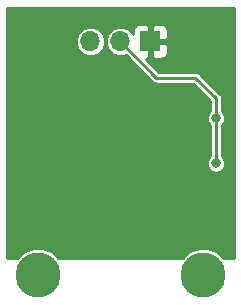
<source format=gbr>
G04 #@! TF.GenerationSoftware,KiCad,Pcbnew,(5.1.4-0-10_14)*
G04 #@! TF.CreationDate,2020-12-31T20:51:25-07:00*
G04 #@! TF.ProjectId,Moisture-Sensor,4d6f6973-7475-4726-952d-53656e736f72,rev?*
G04 #@! TF.SameCoordinates,Original*
G04 #@! TF.FileFunction,Copper,L2,Bot*
G04 #@! TF.FilePolarity,Positive*
%FSLAX46Y46*%
G04 Gerber Fmt 4.6, Leading zero omitted, Abs format (unit mm)*
G04 Created by KiCad (PCBNEW (5.1.4-0-10_14)) date 2020-12-31 20:51:25*
%MOMM*%
%LPD*%
G04 APERTURE LIST*
%ADD10R,1.700000X1.700000*%
%ADD11O,1.700000X1.700000*%
%ADD12C,3.800000*%
%ADD13C,0.800000*%
%ADD14C,0.254000*%
G04 APERTURE END LIST*
D10*
X112525000Y-53205000D03*
D11*
X109985000Y-53205000D03*
X107445000Y-53205000D03*
D12*
X103000000Y-73000000D03*
X117000000Y-73000000D03*
D13*
X102751000Y-67564000D03*
X105672000Y-62992000D03*
X117356000Y-64770000D03*
X113157000Y-58801000D03*
X118086201Y-59713799D03*
X118086201Y-63523799D03*
D14*
X118086201Y-58007201D02*
X116340000Y-56261000D01*
X118086201Y-59713799D02*
X118086201Y-58007201D01*
X118086201Y-63523799D02*
X118086201Y-59713799D01*
X113041000Y-56261000D02*
X116340000Y-56261000D01*
X109985000Y-53205000D02*
X113041000Y-56261000D01*
G36*
X119594000Y-71501000D02*
G01*
X118726822Y-71501000D01*
X118454053Y-71228231D01*
X118080459Y-70978604D01*
X117665343Y-70806657D01*
X117224659Y-70719000D01*
X116775341Y-70719000D01*
X116334657Y-70806657D01*
X115919541Y-70978604D01*
X115545947Y-71228231D01*
X115273178Y-71501000D01*
X104726822Y-71501000D01*
X104454053Y-71228231D01*
X104080459Y-70978604D01*
X103665343Y-70806657D01*
X103224659Y-70719000D01*
X102775341Y-70719000D01*
X102334657Y-70806657D01*
X101919541Y-70978604D01*
X101545947Y-71228231D01*
X101273178Y-71501000D01*
X100406000Y-71501000D01*
X100406000Y-53205000D01*
X106208044Y-53205000D01*
X106231812Y-53446318D01*
X106302202Y-53678363D01*
X106416509Y-53892216D01*
X106570340Y-54079660D01*
X106757784Y-54233491D01*
X106971637Y-54347798D01*
X107203682Y-54418188D01*
X107384528Y-54436000D01*
X107505472Y-54436000D01*
X107686318Y-54418188D01*
X107918363Y-54347798D01*
X108132216Y-54233491D01*
X108319660Y-54079660D01*
X108473491Y-53892216D01*
X108587798Y-53678363D01*
X108658188Y-53446318D01*
X108681956Y-53205000D01*
X108748044Y-53205000D01*
X108771812Y-53446318D01*
X108842202Y-53678363D01*
X108956509Y-53892216D01*
X109110340Y-54079660D01*
X109297784Y-54233491D01*
X109511637Y-54347798D01*
X109743682Y-54418188D01*
X109924528Y-54436000D01*
X110045472Y-54436000D01*
X110226318Y-54418188D01*
X110420779Y-54359199D01*
X112664145Y-56602565D01*
X112680052Y-56621948D01*
X112757405Y-56685429D01*
X112845657Y-56732601D01*
X112941415Y-56761649D01*
X113016053Y-56769000D01*
X113016056Y-56769000D01*
X113041000Y-56771457D01*
X113065944Y-56769000D01*
X116129580Y-56769000D01*
X117578202Y-58217623D01*
X117578201Y-59117298D01*
X117479559Y-59215940D01*
X117394088Y-59343857D01*
X117335214Y-59485990D01*
X117305201Y-59636877D01*
X117305201Y-59790721D01*
X117335214Y-59941608D01*
X117394088Y-60083741D01*
X117479559Y-60211658D01*
X117578202Y-60310301D01*
X117578201Y-62927298D01*
X117479559Y-63025940D01*
X117394088Y-63153857D01*
X117335214Y-63295990D01*
X117305201Y-63446877D01*
X117305201Y-63600721D01*
X117335214Y-63751608D01*
X117394088Y-63893741D01*
X117479559Y-64021658D01*
X117588342Y-64130441D01*
X117716259Y-64215912D01*
X117858392Y-64274786D01*
X118009279Y-64304799D01*
X118163123Y-64304799D01*
X118314010Y-64274786D01*
X118456143Y-64215912D01*
X118584060Y-64130441D01*
X118692843Y-64021658D01*
X118778314Y-63893741D01*
X118837188Y-63751608D01*
X118867201Y-63600721D01*
X118867201Y-63446877D01*
X118837188Y-63295990D01*
X118778314Y-63153857D01*
X118692843Y-63025940D01*
X118594201Y-62927298D01*
X118594201Y-60310300D01*
X118692843Y-60211658D01*
X118778314Y-60083741D01*
X118837188Y-59941608D01*
X118867201Y-59790721D01*
X118867201Y-59636877D01*
X118837188Y-59485990D01*
X118778314Y-59343857D01*
X118692843Y-59215940D01*
X118594201Y-59117298D01*
X118594201Y-58032144D01*
X118596658Y-58007200D01*
X118594201Y-57982254D01*
X118586850Y-57907616D01*
X118557802Y-57811858D01*
X118557801Y-57811856D01*
X118510630Y-57723605D01*
X118463051Y-57665630D01*
X118447149Y-57646253D01*
X118427772Y-57630351D01*
X116716855Y-55919435D01*
X116700948Y-55900052D01*
X116623595Y-55836571D01*
X116535343Y-55789399D01*
X116439585Y-55760351D01*
X116364947Y-55753000D01*
X116364944Y-55753000D01*
X116340000Y-55750543D01*
X116315056Y-55753000D01*
X113251420Y-55753000D01*
X112188695Y-54690275D01*
X112239250Y-54690000D01*
X112398000Y-54531250D01*
X112398000Y-53332000D01*
X112652000Y-53332000D01*
X112652000Y-54531250D01*
X112810750Y-54690000D01*
X113375000Y-54693072D01*
X113499482Y-54680812D01*
X113619180Y-54644502D01*
X113729494Y-54585537D01*
X113826185Y-54506185D01*
X113905537Y-54409494D01*
X113964502Y-54299180D01*
X114000812Y-54179482D01*
X114013072Y-54055000D01*
X114010000Y-53490750D01*
X113851250Y-53332000D01*
X112652000Y-53332000D01*
X112398000Y-53332000D01*
X112378000Y-53332000D01*
X112378000Y-53078000D01*
X112398000Y-53078000D01*
X112398000Y-51878750D01*
X112652000Y-51878750D01*
X112652000Y-53078000D01*
X113851250Y-53078000D01*
X114010000Y-52919250D01*
X114013072Y-52355000D01*
X114000812Y-52230518D01*
X113964502Y-52110820D01*
X113905537Y-52000506D01*
X113826185Y-51903815D01*
X113729494Y-51824463D01*
X113619180Y-51765498D01*
X113499482Y-51729188D01*
X113375000Y-51716928D01*
X112810750Y-51720000D01*
X112652000Y-51878750D01*
X112398000Y-51878750D01*
X112239250Y-51720000D01*
X111675000Y-51716928D01*
X111550518Y-51729188D01*
X111430820Y-51765498D01*
X111320506Y-51824463D01*
X111223815Y-51903815D01*
X111144463Y-52000506D01*
X111085498Y-52110820D01*
X111049188Y-52230518D01*
X111036928Y-52355000D01*
X111038065Y-52563758D01*
X111013491Y-52517784D01*
X110859660Y-52330340D01*
X110672216Y-52176509D01*
X110458363Y-52062202D01*
X110226318Y-51991812D01*
X110045472Y-51974000D01*
X109924528Y-51974000D01*
X109743682Y-51991812D01*
X109511637Y-52062202D01*
X109297784Y-52176509D01*
X109110340Y-52330340D01*
X108956509Y-52517784D01*
X108842202Y-52731637D01*
X108771812Y-52963682D01*
X108748044Y-53205000D01*
X108681956Y-53205000D01*
X108658188Y-52963682D01*
X108587798Y-52731637D01*
X108473491Y-52517784D01*
X108319660Y-52330340D01*
X108132216Y-52176509D01*
X107918363Y-52062202D01*
X107686318Y-51991812D01*
X107505472Y-51974000D01*
X107384528Y-51974000D01*
X107203682Y-51991812D01*
X106971637Y-52062202D01*
X106757784Y-52176509D01*
X106570340Y-52330340D01*
X106416509Y-52517784D01*
X106302202Y-52731637D01*
X106231812Y-52963682D01*
X106208044Y-53205000D01*
X100406000Y-53205000D01*
X100406000Y-50406000D01*
X119594000Y-50406000D01*
X119594000Y-71501000D01*
X119594000Y-71501000D01*
G37*
X119594000Y-71501000D02*
X118726822Y-71501000D01*
X118454053Y-71228231D01*
X118080459Y-70978604D01*
X117665343Y-70806657D01*
X117224659Y-70719000D01*
X116775341Y-70719000D01*
X116334657Y-70806657D01*
X115919541Y-70978604D01*
X115545947Y-71228231D01*
X115273178Y-71501000D01*
X104726822Y-71501000D01*
X104454053Y-71228231D01*
X104080459Y-70978604D01*
X103665343Y-70806657D01*
X103224659Y-70719000D01*
X102775341Y-70719000D01*
X102334657Y-70806657D01*
X101919541Y-70978604D01*
X101545947Y-71228231D01*
X101273178Y-71501000D01*
X100406000Y-71501000D01*
X100406000Y-53205000D01*
X106208044Y-53205000D01*
X106231812Y-53446318D01*
X106302202Y-53678363D01*
X106416509Y-53892216D01*
X106570340Y-54079660D01*
X106757784Y-54233491D01*
X106971637Y-54347798D01*
X107203682Y-54418188D01*
X107384528Y-54436000D01*
X107505472Y-54436000D01*
X107686318Y-54418188D01*
X107918363Y-54347798D01*
X108132216Y-54233491D01*
X108319660Y-54079660D01*
X108473491Y-53892216D01*
X108587798Y-53678363D01*
X108658188Y-53446318D01*
X108681956Y-53205000D01*
X108748044Y-53205000D01*
X108771812Y-53446318D01*
X108842202Y-53678363D01*
X108956509Y-53892216D01*
X109110340Y-54079660D01*
X109297784Y-54233491D01*
X109511637Y-54347798D01*
X109743682Y-54418188D01*
X109924528Y-54436000D01*
X110045472Y-54436000D01*
X110226318Y-54418188D01*
X110420779Y-54359199D01*
X112664145Y-56602565D01*
X112680052Y-56621948D01*
X112757405Y-56685429D01*
X112845657Y-56732601D01*
X112941415Y-56761649D01*
X113016053Y-56769000D01*
X113016056Y-56769000D01*
X113041000Y-56771457D01*
X113065944Y-56769000D01*
X116129580Y-56769000D01*
X117578202Y-58217623D01*
X117578201Y-59117298D01*
X117479559Y-59215940D01*
X117394088Y-59343857D01*
X117335214Y-59485990D01*
X117305201Y-59636877D01*
X117305201Y-59790721D01*
X117335214Y-59941608D01*
X117394088Y-60083741D01*
X117479559Y-60211658D01*
X117578202Y-60310301D01*
X117578201Y-62927298D01*
X117479559Y-63025940D01*
X117394088Y-63153857D01*
X117335214Y-63295990D01*
X117305201Y-63446877D01*
X117305201Y-63600721D01*
X117335214Y-63751608D01*
X117394088Y-63893741D01*
X117479559Y-64021658D01*
X117588342Y-64130441D01*
X117716259Y-64215912D01*
X117858392Y-64274786D01*
X118009279Y-64304799D01*
X118163123Y-64304799D01*
X118314010Y-64274786D01*
X118456143Y-64215912D01*
X118584060Y-64130441D01*
X118692843Y-64021658D01*
X118778314Y-63893741D01*
X118837188Y-63751608D01*
X118867201Y-63600721D01*
X118867201Y-63446877D01*
X118837188Y-63295990D01*
X118778314Y-63153857D01*
X118692843Y-63025940D01*
X118594201Y-62927298D01*
X118594201Y-60310300D01*
X118692843Y-60211658D01*
X118778314Y-60083741D01*
X118837188Y-59941608D01*
X118867201Y-59790721D01*
X118867201Y-59636877D01*
X118837188Y-59485990D01*
X118778314Y-59343857D01*
X118692843Y-59215940D01*
X118594201Y-59117298D01*
X118594201Y-58032144D01*
X118596658Y-58007200D01*
X118594201Y-57982254D01*
X118586850Y-57907616D01*
X118557802Y-57811858D01*
X118557801Y-57811856D01*
X118510630Y-57723605D01*
X118463051Y-57665630D01*
X118447149Y-57646253D01*
X118427772Y-57630351D01*
X116716855Y-55919435D01*
X116700948Y-55900052D01*
X116623595Y-55836571D01*
X116535343Y-55789399D01*
X116439585Y-55760351D01*
X116364947Y-55753000D01*
X116364944Y-55753000D01*
X116340000Y-55750543D01*
X116315056Y-55753000D01*
X113251420Y-55753000D01*
X112188695Y-54690275D01*
X112239250Y-54690000D01*
X112398000Y-54531250D01*
X112398000Y-53332000D01*
X112652000Y-53332000D01*
X112652000Y-54531250D01*
X112810750Y-54690000D01*
X113375000Y-54693072D01*
X113499482Y-54680812D01*
X113619180Y-54644502D01*
X113729494Y-54585537D01*
X113826185Y-54506185D01*
X113905537Y-54409494D01*
X113964502Y-54299180D01*
X114000812Y-54179482D01*
X114013072Y-54055000D01*
X114010000Y-53490750D01*
X113851250Y-53332000D01*
X112652000Y-53332000D01*
X112398000Y-53332000D01*
X112378000Y-53332000D01*
X112378000Y-53078000D01*
X112398000Y-53078000D01*
X112398000Y-51878750D01*
X112652000Y-51878750D01*
X112652000Y-53078000D01*
X113851250Y-53078000D01*
X114010000Y-52919250D01*
X114013072Y-52355000D01*
X114000812Y-52230518D01*
X113964502Y-52110820D01*
X113905537Y-52000506D01*
X113826185Y-51903815D01*
X113729494Y-51824463D01*
X113619180Y-51765498D01*
X113499482Y-51729188D01*
X113375000Y-51716928D01*
X112810750Y-51720000D01*
X112652000Y-51878750D01*
X112398000Y-51878750D01*
X112239250Y-51720000D01*
X111675000Y-51716928D01*
X111550518Y-51729188D01*
X111430820Y-51765498D01*
X111320506Y-51824463D01*
X111223815Y-51903815D01*
X111144463Y-52000506D01*
X111085498Y-52110820D01*
X111049188Y-52230518D01*
X111036928Y-52355000D01*
X111038065Y-52563758D01*
X111013491Y-52517784D01*
X110859660Y-52330340D01*
X110672216Y-52176509D01*
X110458363Y-52062202D01*
X110226318Y-51991812D01*
X110045472Y-51974000D01*
X109924528Y-51974000D01*
X109743682Y-51991812D01*
X109511637Y-52062202D01*
X109297784Y-52176509D01*
X109110340Y-52330340D01*
X108956509Y-52517784D01*
X108842202Y-52731637D01*
X108771812Y-52963682D01*
X108748044Y-53205000D01*
X108681956Y-53205000D01*
X108658188Y-52963682D01*
X108587798Y-52731637D01*
X108473491Y-52517784D01*
X108319660Y-52330340D01*
X108132216Y-52176509D01*
X107918363Y-52062202D01*
X107686318Y-51991812D01*
X107505472Y-51974000D01*
X107384528Y-51974000D01*
X107203682Y-51991812D01*
X106971637Y-52062202D01*
X106757784Y-52176509D01*
X106570340Y-52330340D01*
X106416509Y-52517784D01*
X106302202Y-52731637D01*
X106231812Y-52963682D01*
X106208044Y-53205000D01*
X100406000Y-53205000D01*
X100406000Y-50406000D01*
X119594000Y-50406000D01*
X119594000Y-71501000D01*
M02*

</source>
